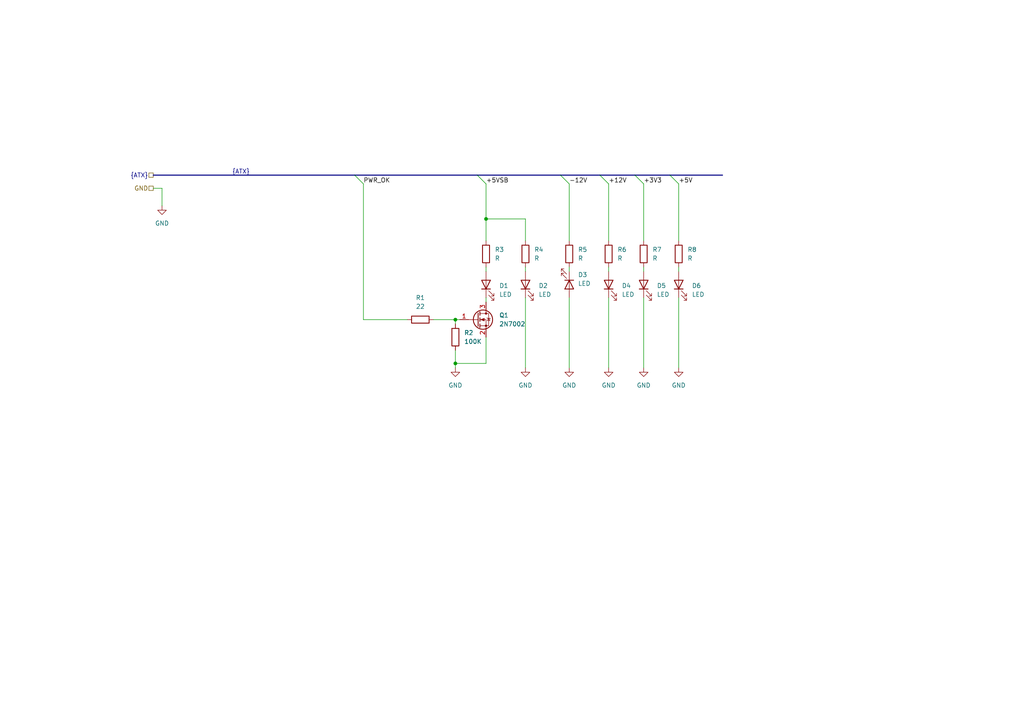
<source format=kicad_sch>
(kicad_sch (version 20230121) (generator eeschema)
  (paper "A4")
  (lib_symbols
    (symbol "Device:LED" (pin_numbers hide) (pin_names (offset 1.016) hide)
      (property "Reference" "D" (at 0 2.54 0))
      (property "Value" "LED" (at 0 -2.54 0))
      (symbol "LED_0_1"
        (polyline (pts (xy -1.27 -1.27) (xy -1.27 1.27)) (stroke (width 0.254)))
        (polyline (pts (xy -1.27 0) (xy 1.27 0)))
        (polyline (pts (xy 1.27 -1.27) (xy 1.27 1.27) (xy -1.27 0) (xy 1.27 -1.27)) (stroke (width 0.254)))
        (polyline (pts (xy -3.048 -0.762) (xy -4.572 -2.286) (xy -3.81 -2.286) (xy -4.572 -2.286) (xy -4.572 -1.524)))
        (polyline (pts (xy -1.778 -0.762) (xy -3.302 -2.286) (xy -2.54 -2.286) (xy -3.302 -2.286) (xy -3.302 -1.524)))
      )
      (symbol "LED_1_1"
        (pin passive line (at -3.81 0 0) (length 2.54) (name "K") (number "1"))
        (pin passive line (at 3.81 0 180) (length 2.54) (name "A") (number "2"))
      )
    )
    (symbol "Device:R" (pin_numbers hide) (pin_names (offset 0))
      (property "Reference" "R" (at 2.032 0 90))
      (property "Value" "R" (at 0 0 90))
      (symbol "R_0_1"
        (rectangle (start -1.016 -2.54) (end 1.016 2.54) (stroke (width 0.254)))
      )
      (symbol "R_1_1"
        (pin passive line (at 0 3.81 270) (length 1.27) (name "~") (number "1"))
        (pin passive line (at 0 -3.81 90) (length 1.27) (name "~") (number "2"))
      )
    )
    (symbol "Transistor_FET:2N7002" (pin_names hide)
      (property "Reference" "Q" (at 5.08 1.905 0))
      (property "Value" "2N7002" (at 5.08 0 0))
      (symbol "2N7002_0_1"
        (polyline (pts (xy 0.254 0) (xy -2.54 0)))
        (polyline (pts (xy 0.254 1.905) (xy 0.254 -1.905)) (stroke (width 0.254)))
        (polyline (pts (xy 0.762 -1.27) (xy 0.762 -2.286)) (stroke (width 0.254)))
        (polyline (pts (xy 0.762 0.508) (xy 0.762 -0.508)) (stroke (width 0.254)))
        (polyline (pts (xy 0.762 2.286) (xy 0.762 1.27)) (stroke (width 0.254)))
        (polyline (pts (xy 2.54 2.54) (xy 2.54 1.778)))
        (polyline (pts (xy 2.54 -2.54) (xy 2.54 0) (xy 0.762 0)))
        (polyline (pts (xy 0.762 -1.778) (xy 3.302 -1.778) (xy 3.302 1.778) (xy 0.762 1.778)))
        (polyline (pts (xy 1.016 0) (xy 2.032 0.381) (xy 2.032 -0.381) (xy 1.016 0)) (fill (type outline)))
        (polyline (pts (xy 2.794 0.508) (xy 2.921 0.381) (xy 3.683 0.381) (xy 3.81 0.254)))
        (polyline (pts (xy 3.302 0.381) (xy 2.921 -0.254) (xy 3.683 -0.254) (xy 3.302 0.381)))
        (circle (center 1.651 0) (radius 2.794) (stroke (width 0.254)))
        (circle (center 2.54 -1.778) (radius 0.254) (fill (type outline)))
        (circle (center 2.54 1.778) (radius 0.254) (fill (type outline)))
      )
      (symbol "2N7002_1_1"
        (pin input line (at -5.08 0 0) (length 2.54) (name "G") (number "1"))
        (pin passive line (at 2.54 -5.08 90) (length 2.54) (name "S") (number "2"))
        (pin passive line (at 2.54 5.08 270) (length 2.54) (name "D") (number "3"))
      )
    )
    (symbol "power:GND" (power) (pin_names (offset 0))
      (property "Value" "GND" (at 0 -3.81 0))
      (symbol "GND_0_1"
        (polyline (pts (xy 0 0) (xy 0 -1.27) (xy 1.27 -1.27) (xy 0 -2.54) (xy -1.27 -1.27) (xy 0 -1.27)))
      )
      (symbol "GND_1_1"
        (pin power_in line (at 0 0 270) (length 0) hide (name "GND") (number "1"))
      )
    )
  )
  (junction (at 132.08 92.71))
  (junction (at 140.97 63.5))
  (junction (at 132.08 105.41))
  (bus_entry (at 162.56 50.8) (size 2.54 2.54))
  (bus_entry (at 138.43 50.8) (size 2.54 2.54))
  (bus_entry (at 173.99 50.8) (size 2.54 2.54))
  (bus_entry (at 184.15 50.8) (size 2.54 2.54))
  (bus_entry (at 102.87 50.8) (size 2.54 2.54))
  (bus_entry (at 194.31 50.8) (size 2.54 2.54))
  (wire (pts (xy 152.4 69.85) (xy 152.4 63.5)))
  (wire (pts (xy 125.73 92.71) (xy 132.08 92.71)))
  (wire (pts (xy 176.53 53.34) (xy 176.53 69.85)))
  (bus (pts (xy 138.43 50.8) (xy 162.56 50.8)))
  (wire (pts (xy 186.69 86.36) (xy 186.69 106.68)))
  (wire (pts (xy 152.4 86.36) (xy 152.4 106.68)))
  (wire (pts (xy 196.85 53.34) (xy 196.85 69.85)))
  (wire (pts (xy 44.45 54.61) (xy 46.99 54.61)))
  (wire (pts (xy 186.69 77.47) (xy 186.69 78.74)))
  (wire (pts (xy 140.97 53.34) (xy 140.97 63.5)))
  (wire (pts (xy 176.53 77.47) (xy 176.53 78.74)))
  (wire (pts (xy 140.97 77.47) (xy 140.97 78.74)))
  (wire (pts (xy 133.35 92.71) (xy 132.08 92.71)))
  (wire (pts (xy 132.08 92.71) (xy 132.08 93.98)))
  (wire (pts (xy 165.1 86.36) (xy 165.1 106.68)))
  (wire (pts (xy 165.1 77.47) (xy 165.1 78.74)))
  (wire (pts (xy 140.97 97.79) (xy 140.97 105.41)))
  (bus (pts (xy 173.99 50.8) (xy 184.15 50.8)))
  (wire (pts (xy 132.08 105.41) (xy 140.97 105.41)))
  (bus (pts (xy 44.45 50.8) (xy 102.87 50.8)))
  (wire (pts (xy 196.85 77.47) (xy 196.85 78.74)))
  (wire (pts (xy 140.97 86.36) (xy 140.97 87.63)))
  (wire (pts (xy 46.99 54.61) (xy 46.99 59.69)))
  (wire (pts (xy 105.41 92.71) (xy 118.11 92.71)))
  (bus (pts (xy 194.31 50.8) (xy 209.55 50.8)))
  (bus (pts (xy 162.56 50.8) (xy 173.99 50.8)))
  (wire (pts (xy 132.08 101.6) (xy 132.08 105.41)))
  (wire (pts (xy 152.4 77.47) (xy 152.4 78.74)))
  (wire (pts (xy 186.69 53.34) (xy 186.69 69.85)))
  (wire (pts (xy 176.53 86.36) (xy 176.53 106.68)))
  (wire (pts (xy 105.41 53.34) (xy 105.41 92.71)))
  (wire (pts (xy 165.1 53.34) (xy 165.1 69.85)))
  (bus (pts (xy 102.87 50.8) (xy 138.43 50.8)))
  (bus (pts (xy 184.15 50.8) (xy 194.31 50.8)))
  (wire (pts (xy 132.08 105.41) (xy 132.08 106.68)))
  (wire (pts (xy 140.97 63.5) (xy 152.4 63.5)))
  (wire (pts (xy 140.97 63.5) (xy 140.97 69.85)))
  (wire (pts (xy 196.85 86.36) (xy 196.85 106.68)))
  (label "+5VSB" (at 140.97 53.34 0))
  (label "+3V3" (at 186.69 53.34 0))
  (label "+12V" (at 176.53 53.34 0))
  (label "PWR_OK" (at 105.41 53.34 0))
  (label "-12V" (at 165.1 53.34 0))
  (label "{ATX}" (at 67.31 50.8 0))
  (label "+5V" (at 196.85 53.34 0))
  (hierarchical_label "GND" (shape passive) (at 44.45 54.61 180))
  (hierarchical_label "{ATX}" (shape passive) (at 44.45 50.8 180))
  (symbol (lib_id "Device:R") (at 196.85 73.66 0) (unit 1)
    (property "Reference" "R8" (at 199.39 72.3899 0) (effects (justify left)))
    (property "Value" "R" (at 199.39 74.9299 0) (effects (justify left)))
    (property "Footprint" "Resistor_SMD:R_1206_3216Metric_Pad1.30x1.75mm_HandSolder" (effects hide))
  )
  (symbol (lib_id "Device:R") (at 132.08 97.79 0) (unit 1)
    (property "Reference" "R2" (at 134.62 96.52 0) (effects (justify left)))
    (property "Value" "100K" (at 134.62 99.06 0) (effects (justify left)))
    (property "Footprint" "Resistor_SMD:R_1206_3216Metric_Pad1.30x1.75mm_HandSolder" (effects hide))
  )
  (symbol (lib_id "Device:LED") (at 140.97 82.55 90) (unit 1)
    (property "Reference" "D1" (at 144.78 82.8674 90) (effects (justify right)))
    (property "Value" "LED" (at 144.78 85.4074 90) (effects (justify right)))
    (property "Footprint" "LED_SMD:LED_1206_3216Metric_Pad1.42x1.75mm_HandSolder" (effects hide))
  )
  (symbol (lib_id "Device:R") (at 121.92 92.71 90) (unit 1)
    (property "Reference" "R1" (at 121.92 86.36 90))
    (property "Value" "22" (at 121.92 88.9 90))
    (property "Footprint" "Resistor_SMD:R_1206_3216Metric_Pad1.30x1.75mm_HandSolder" (effects hide))
  )
  (symbol (lib_id "power:GND") (at 132.08 106.68 0) (unit 1)
    (property "Reference" "#PWR012" (effects hide))
    (property "Value" "GND" (at 132.08 111.76 0))
  )
  (symbol (lib_id "Device:LED") (at 152.4 82.55 90) (unit 1)
    (property "Reference" "D2" (at 156.21 82.8674 90) (effects (justify right)))
    (property "Value" "LED" (at 156.21 85.4074 90) (effects (justify right)))
    (property "Footprint" "LED_SMD:LED_1206_3216Metric_Pad1.42x1.75mm_HandSolder" (effects hide))
  )
  (symbol (lib_id "Device:R") (at 186.69 73.66 0) (unit 1)
    (property "Reference" "R7" (at 189.23 72.3899 0) (effects (justify left)))
    (property "Value" "R" (at 189.23 74.9299 0) (effects (justify left)))
    (property "Footprint" "Resistor_SMD:R_1206_3216Metric_Pad1.30x1.75mm_HandSolder" (effects hide))
  )
  (symbol (lib_id "Device:LED") (at 196.85 82.55 90) (unit 1)
    (property "Reference" "D6" (at 200.66 82.8674 90) (effects (justify right)))
    (property "Value" "LED" (at 200.66 85.4074 90) (effects (justify right)))
    (property "Footprint" "LED_SMD:LED_1206_3216Metric_Pad1.42x1.75mm_HandSolder" (effects hide))
  )
  (symbol (lib_id "power:GND") (at 46.99 59.69 0) (unit 1)
    (property "Reference" "#PWR011" (effects hide))
    (property "Value" "GND" (at 46.99 64.77 0))
  )
  (symbol (lib_id "Device:LED") (at 165.1 82.55 270) (unit 1)
    (property "Reference" "D3" (at 167.64 79.6925 90) (effects (justify left)))
    (property "Value" "LED" (at 167.64 82.2325 90) (effects (justify left)))
    (property "Footprint" "LED_SMD:LED_1206_3216Metric_Pad1.42x1.75mm_HandSolder" (effects hide))
  )
  (symbol (lib_id "Device:R") (at 165.1 73.66 0) (unit 1)
    (property "Reference" "R5" (at 167.64 72.3899 0) (effects (justify left)))
    (property "Value" "R" (at 167.64 74.9299 0) (effects (justify left)))
    (property "Footprint" "Resistor_SMD:R_1206_3216Metric_Pad1.30x1.75mm_HandSolder" (effects hide))
  )
  (symbol (lib_id "power:GND") (at 176.53 106.68 0) (unit 1)
    (property "Reference" "#PWR015" (effects hide))
    (property "Value" "GND" (at 176.53 111.76 0))
  )
  (symbol (lib_id "power:GND") (at 152.4 106.68 0) (unit 1)
    (property "Reference" "#PWR013" (effects hide))
    (property "Value" "GND" (at 152.4 111.76 0))
  )
  (symbol (lib_id "Device:R") (at 152.4 73.66 0) (unit 1)
    (property "Reference" "R4" (at 154.94 72.3899 0) (effects (justify left)))
    (property "Value" "R" (at 154.94 74.9299 0) (effects (justify left)))
    (property "Footprint" "Resistor_SMD:R_1206_3216Metric_Pad1.30x1.75mm_HandSolder" (effects hide))
  )
  (symbol (lib_id "power:GND") (at 165.1 106.68 0) (unit 1)
    (property "Reference" "#PWR014" (effects hide))
    (property "Value" "GND" (at 165.1 111.76 0))
  )
  (symbol (lib_id "Device:R") (at 176.53 73.66 0) (unit 1)
    (property "Reference" "R6" (at 179.07 72.3899 0) (effects (justify left)))
    (property "Value" "R" (at 179.07 74.9299 0) (effects (justify left)))
    (property "Footprint" "Resistor_SMD:R_1206_3216Metric_Pad1.30x1.75mm_HandSolder" (effects hide))
  )
  (symbol (lib_id "Device:LED") (at 176.53 82.55 90) (unit 1)
    (property "Reference" "D4" (at 180.34 82.8674 90) (effects (justify right)))
    (property "Value" "LED" (at 180.34 85.4074 90) (effects (justify right)))
    (property "Footprint" "LED_SMD:LED_1206_3216Metric_Pad1.42x1.75mm_HandSolder" (effects hide))
  )
  (symbol (lib_id "Device:R") (at 140.97 73.66 0) (unit 1)
    (property "Reference" "R3" (at 143.51 72.3899 0) (effects (justify left)))
    (property "Value" "R" (at 143.51 74.9299 0) (effects (justify left)))
    (property "Footprint" "Resistor_SMD:R_1206_3216Metric_Pad1.30x1.75mm_HandSolder" (effects hide))
  )
  (symbol (lib_id "Transistor_FET:2N7002") (at 138.43 92.71 0) (unit 1)
    (property "Reference" "Q1" (at 144.78 91.44 0) (effects (justify left)))
    (property "Value" "2N7002" (at 144.78 93.98 0) (effects (justify left)))
    (property "Footprint" "Package_TO_SOT_SMD:SOT-23" (effects hide))
    (property "Datasheet" "https://www.onsemi.com/pub/Collateral/NDS7002A-D.PDF" (effects hide))
  )
  (symbol (lib_id "Device:LED") (at 186.69 82.55 90) (unit 1)
    (property "Reference" "D5" (at 190.5 82.8674 90) (effects (justify right)))
    (property "Value" "LED" (at 190.5 85.4074 90) (effects (justify right)))
    (property "Footprint" "LED_SMD:LED_1206_3216Metric_Pad1.42x1.75mm_HandSolder" (effects hide))
  )
  (symbol (lib_id "power:GND") (at 196.85 106.68 0) (unit 1)
    (property "Reference" "#PWR017" (effects hide))
    (property "Value" "GND" (at 196.85 111.76 0))
  )
  (symbol (lib_id "power:GND") (at 186.69 106.68 0) (unit 1)
    (property "Reference" "#PWR016" (effects hide))
    (property "Value" "GND" (at 186.69 111.76 0))
  )
)
</source>
